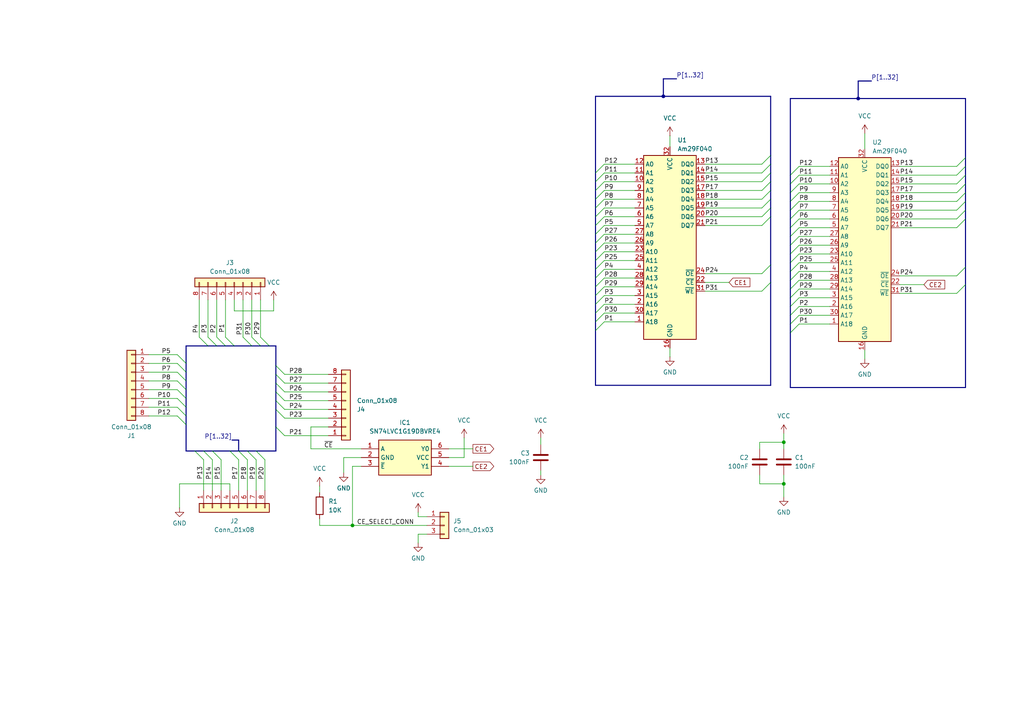
<source format=kicad_sch>
(kicad_sch (version 20231120) (generator "eeschema") (generator_version "8.0")
  (paper "A4")
  (lib_symbols
    (symbol "Connector_Generic:Conn_01x03" (pin_names (offset 1.016) hide)
      (property "Reference" "J" (at 0 5.08 0))
      (property "Value" "Conn_01x03" (at 0 -5.08 0))
      (symbol "Conn_01x03_1_1"
        (rectangle (start -1.27 -2.413) (end 0 -2.667) (stroke (width 0.1524)))
        (rectangle (start -1.27 0.127) (end 0 -0.127) (stroke (width 0.1524)))
        (rectangle (start -1.27 2.667) (end 0 2.413) (stroke (width 0.1524)))
        (rectangle (start -1.27 3.81) (end 1.27 -3.81) (stroke (width 0.254)) (fill (type background)))
        (pin passive line (at -5.08 2.54 0) (length 3.81) (name "Pin_1") (number "1"))
        (pin passive line (at -5.08 0 0) (length 3.81) (name "Pin_2") (number "2"))
        (pin passive line (at -5.08 -2.54 0) (length 3.81) (name "Pin_3") (number "3"))
      )
    )
    (symbol "Connector_Generic:Conn_01x08" (pin_names (offset 1.016) hide)
      (property "Reference" "J" (at 0 10.16 0))
      (property "Value" "Conn_01x08" (at 0 -12.7 0))
      (symbol "Conn_01x08_1_1"
        (rectangle (start -1.27 -10.033) (end 0 -10.287) (stroke (width 0.1524)))
        (rectangle (start -1.27 -7.493) (end 0 -7.747) (stroke (width 0.1524)))
        (rectangle (start -1.27 -4.953) (end 0 -5.207) (stroke (width 0.1524)))
        (rectangle (start -1.27 -2.413) (end 0 -2.667) (stroke (width 0.1524)))
        (rectangle (start -1.27 0.127) (end 0 -0.127) (stroke (width 0.1524)))
        (rectangle (start -1.27 2.667) (end 0 2.413) (stroke (width 0.1524)))
        (rectangle (start -1.27 5.207) (end 0 4.953) (stroke (width 0.1524)))
        (rectangle (start -1.27 7.747) (end 0 7.493) (stroke (width 0.1524)))
        (rectangle (start -1.27 8.89) (end 1.27 -11.43) (stroke (width 0.254)) (fill (type background)))
        (pin passive line (at -5.08 7.62 0) (length 3.81) (name "Pin_1") (number "1"))
        (pin passive line (at -5.08 5.08 0) (length 3.81) (name "Pin_2") (number "2"))
        (pin passive line (at -5.08 2.54 0) (length 3.81) (name "Pin_3") (number "3"))
        (pin passive line (at -5.08 0 0) (length 3.81) (name "Pin_4") (number "4"))
        (pin passive line (at -5.08 -2.54 0) (length 3.81) (name "Pin_5") (number "5"))
        (pin passive line (at -5.08 -5.08 0) (length 3.81) (name "Pin_6") (number "6"))
        (pin passive line (at -5.08 -7.62 0) (length 3.81) (name "Pin_7") (number "7"))
        (pin passive line (at -5.08 -10.16 0) (length 3.81) (name "Pin_8") (number "8"))
      )
    )
    (symbol "Device:C" (pin_numbers hide) (pin_names (offset 0.254))
      (property "Reference" "C" (at 0.635 2.54 0))
      (property "Value" "C" (at 0.635 -2.54 0))
      (symbol "C_0_1"
        (polyline (pts (xy -2.032 -0.762) (xy 2.032 -0.762)) (stroke (width 0.508)))
        (polyline (pts (xy -2.032 0.762) (xy 2.032 0.762)) (stroke (width 0.508)))
      )
      (symbol "C_1_1"
        (pin passive line (at 0 3.81 270) (length 2.794) (name "~") (number "1"))
        (pin passive line (at 0 -3.81 90) (length 2.794) (name "~") (number "2"))
      )
    )
    (symbol "Device:R" (pin_numbers hide) (pin_names (offset 0))
      (property "Reference" "R" (at 2.032 0 90))
      (property "Value" "R" (at 0 0 90))
      (symbol "R_0_1"
        (rectangle (start -1.016 -2.54) (end 1.016 2.54) (stroke (width 0.254)))
      )
      (symbol "R_1_1"
        (pin passive line (at 0 3.81 270) (length 1.27) (name "~") (number "1"))
        (pin passive line (at 0 -3.81 90) (length 1.27) (name "~") (number "2"))
      )
    )
    (symbol "SN74LVC1G19DBVRE4:SN74LVC1G19DBVRE4"
      (property "Reference" "IC" (at 21.59 7.62 0))
      (property "Value" "SN74LVC1G19DBVRE4" (at 21.59 5.08 0))
      (symbol "SN74LVC1G19DBVRE4_1_1"
        (rectangle (start 5.08 2.54) (end 20.32 -7.62) (stroke (width 0.254)) (fill (type background)))
        (pin passive line (at 0 0 0) (length 5.08) (name "A") (number "1"))
        (pin passive line (at 0 -2.54 0) (length 5.08) (name "GND") (number "2"))
        (pin passive line (at 0 -5.08 0) (length 5.08) (name "~{E}") (number "3"))
        (pin passive line (at 25.4 -5.08 180) (length 5.08) (name "Y1") (number "4"))
        (pin passive line (at 25.4 -2.54 180) (length 5.08) (name "VCC") (number "5"))
        (pin passive line (at 25.4 0 180) (length 5.08) (name "Y0") (number "6"))
      )
    )
    (symbol "martonmiklos:Am29F040"
      (property "Reference" "U" (at 0 0 0))
      (property "Value" "Am29F040" (at 0 0 0))
      (symbol "Am29F040_1_1"
        (rectangle (start -7.62 22.86) (end 7.62 -30.48) (stroke (width 0.254)) (fill (type background)))
        (pin input line (at -10.16 -25.4 0) (length 2.54) (name "A18") (number "1"))
        (pin input line (at -10.16 15.24 0) (length 2.54) (name "A2") (number "10"))
        (pin input line (at -10.16 17.78 0) (length 2.54) (name "A1") (number "11"))
        (pin input line (at -10.16 20.32 0) (length 2.54) (name "A0") (number "12"))
        (pin tri_state line (at 10.16 20.32 180) (length 2.54) (name "DQ0") (number "13"))
        (pin tri_state line (at 10.16 17.78 180) (length 2.54) (name "DQ1") (number "14"))
        (pin tri_state line (at 10.16 15.24 180) (length 2.54) (name "DQ2") (number "15"))
        (pin power_in line (at 0 -33.02 90) (length 2.54) (name "GND") (number "16"))
        (pin tri_state line (at 10.16 12.7 180) (length 2.54) (name "DQ3") (number "17"))
        (pin tri_state line (at 10.16 10.16 180) (length 2.54) (name "DQ4") (number "18"))
        (pin tri_state line (at 10.16 7.62 180) (length 2.54) (name "DQ5") (number "19"))
        (pin input line (at -10.16 -20.32 0) (length 2.54) (name "A16") (number "2"))
        (pin tri_state line (at 10.16 5.08 180) (length 2.54) (name "DQ6") (number "20"))
        (pin tri_state line (at 10.16 2.54 180) (length 2.54) (name "DQ7") (number "21"))
        (pin input line (at 10.16 -13.97 180) (length 2.54) (name "~{CE}") (number "22"))
        (pin input line (at -10.16 -5.08 0) (length 2.54) (name "A10") (number "23"))
        (pin input line (at 10.16 -11.43 180) (length 2.54) (name "~{OE}") (number "24"))
        (pin input line (at -10.16 -7.62 0) (length 2.54) (name "A11") (number "25"))
        (pin input line (at -10.16 -2.54 0) (length 2.54) (name "A9") (number "26"))
        (pin input line (at -10.16 0 0) (length 2.54) (name "A8") (number "27"))
        (pin input line (at -10.16 -12.7 0) (length 2.54) (name "A13") (number "28"))
        (pin input line (at -10.16 -15.24 0) (length 2.54) (name "A14") (number "29"))
        (pin input line (at -10.16 -17.78 0) (length 2.54) (name "A15") (number "3"))
        (pin input line (at -10.16 -22.86 0) (length 2.54) (name "A17") (number "30"))
        (pin input line (at 10.16 -16.51 180) (length 2.54) (name "~{WE}") (number "31"))
        (pin power_in line (at 0 25.4 270) (length 2.54) (name "VCC") (number "32"))
        (pin input line (at -10.16 -10.16 0) (length 2.54) (name "A12") (number "4"))
        (pin input line (at -10.16 2.54 0) (length 2.54) (name "A7") (number "5"))
        (pin input line (at -10.16 5.08 0) (length 2.54) (name "A6") (number "6"))
        (pin input line (at -10.16 7.62 0) (length 2.54) (name "A5") (number "7"))
        (pin input line (at -10.16 10.16 0) (length 2.54) (name "A4") (number "8"))
        (pin input line (at -10.16 12.7 0) (length 2.54) (name "A3") (number "9"))
      )
    )
    (symbol "power:GND" (power) (pin_numbers hide) (pin_names (offset 0) hide)
      (property "Value" "GND" (at 0 -3.81 0))
      (symbol "GND_0_1"
        (polyline (pts (xy 0 0) (xy 0 -1.27) (xy 1.27 -1.27) (xy 0 -2.54) (xy -1.27 -1.27) (xy 0 -1.27)))
      )
      (symbol "GND_1_1"
        (pin power_in line (at 0 0 270) (length 0) (name "~") (number "1"))
      )
    )
    (symbol "power:VCC" (power) (pin_numbers hide) (pin_names (offset 0) hide)
      (property "Value" "VCC" (at 0 3.556 0))
      (symbol "VCC_0_1"
        (polyline (pts (xy -0.762 1.27) (xy 0 2.54)))
        (polyline (pts (xy 0 0) (xy 0 2.54)))
        (polyline (pts (xy 0 2.54) (xy 0.762 1.27)))
      )
      (symbol "VCC_1_1"
        (pin power_in line (at 0 0 90) (length 0) (name "~") (number "1"))
      )
    )
  )
  (junction (at 248.92 28.575))
  (junction (at 227.33 140.335))
  (junction (at 192.405 27.94))
  (junction (at 227.33 128.27))
  (junction (at 102.235 152.4))
  (bus_entry (at 65.405 100.33) (size -2.54 -2.54))
  (bus_entry (at 223.52 47.625) (size -2.54 2.54))
  (bus_entry (at 60.325 100.33) (size -2.54 -2.54))
  (bus_entry (at 223.52 57.785) (size -2.54 2.54))
  (bus_entry (at 172.72 55.245) (size 2.54 -2.54))
  (bus_entry (at 80.01 118.745) (size 2.54 2.54))
  (bus_entry (at 280.035 55.88) (size -2.54 2.54))
  (bus_entry (at 53.975 120.65) (size -2.54 -2.54))
  (bus_entry (at 229.235 58.42) (size 2.54 -2.54))
  (bus_entry (at 229.235 81.28) (size 2.54 -2.54))
  (bus_entry (at 223.52 55.245) (size -2.54 2.54))
  (bus_entry (at 229.235 96.52) (size 2.54 -2.54))
  (bus_entry (at 61.595 133.35) (size -2.54 -2.54))
  (bus_entry (at 280.035 45.72) (size -2.54 2.54))
  (bus_entry (at 172.72 70.485) (size 2.54 -2.54))
  (bus_entry (at 80.01 113.665) (size 2.54 2.54))
  (bus_entry (at 223.52 50.165) (size -2.54 2.54))
  (bus_entry (at 172.72 95.885) (size 2.54 -2.54))
  (bus_entry (at 280.035 50.8) (size -2.54 2.54))
  (bus_entry (at 229.235 91.44) (size 2.54 -2.54))
  (bus_entry (at 229.235 83.82) (size 2.54 -2.54))
  (bus_entry (at 280.035 82.55) (size -2.54 2.54))
  (bus_entry (at 223.52 76.835) (size -2.54 2.54))
  (bus_entry (at 223.52 81.915) (size -2.54 2.54))
  (bus_entry (at 53.975 105.41) (size -2.54 -2.54))
  (bus_entry (at 229.235 55.88) (size 2.54 -2.54))
  (bus_entry (at 76.835 133.35) (size -2.54 -2.54))
  (bus_entry (at 172.72 57.785) (size 2.54 -2.54))
  (bus_entry (at 280.035 53.34) (size -2.54 2.54))
  (bus_entry (at 73.025 100.33) (size -2.54 -2.54))
  (bus_entry (at 229.235 93.98) (size 2.54 -2.54))
  (bus_entry (at 229.235 66.04) (size 2.54 -2.54))
  (bus_entry (at 280.035 58.42) (size -2.54 2.54))
  (bus_entry (at 280.035 48.26) (size -2.54 2.54))
  (bus_entry (at 56.515 130.81) (size 2.54 2.54))
  (bus_entry (at 64.135 133.35) (size -2.54 -2.54))
  (bus_entry (at 229.235 68.58) (size 2.54 -2.54))
  (bus_entry (at 229.235 88.9) (size 2.54 -2.54))
  (bus_entry (at 172.72 78.105) (size 2.54 -2.54))
  (bus_entry (at 172.72 85.725) (size 2.54 -2.54))
  (bus_entry (at 69.215 133.35) (size -2.54 -2.54))
  (bus_entry (at 172.72 93.345) (size 2.54 -2.54))
  (bus_entry (at 80.01 116.205) (size 2.54 2.54))
  (bus_entry (at 172.72 88.265) (size 2.54 -2.54))
  (bus_entry (at 229.235 86.36) (size 2.54 -2.54))
  (bus_entry (at 53.975 123.19) (size -2.54 -2.54))
  (bus_entry (at 67.945 100.33) (size -2.54 -2.54))
  (bus_entry (at 53.975 115.57) (size -2.54 -2.54))
  (bus_entry (at 229.235 63.5) (size 2.54 -2.54))
  (bus_entry (at 53.975 107.95) (size -2.54 -2.54))
  (bus_entry (at 80.01 111.125) (size 2.54 2.54))
  (bus_entry (at 172.72 75.565) (size 2.54 -2.54))
  (bus_entry (at 172.72 83.185) (size 2.54 -2.54))
  (bus_entry (at 53.975 113.03) (size -2.54 -2.54))
  (bus_entry (at 223.52 62.865) (size -2.54 2.54))
  (bus_entry (at 74.295 133.35) (size -2.54 -2.54))
  (bus_entry (at 172.72 52.705) (size 2.54 -2.54))
  (bus_entry (at 172.72 60.325) (size 2.54 -2.54))
  (bus_entry (at 229.235 78.74) (size 2.54 -2.54))
  (bus_entry (at 172.72 67.945) (size 2.54 -2.54))
  (bus_entry (at 229.235 60.96) (size 2.54 -2.54))
  (bus_entry (at 172.72 90.805) (size 2.54 -2.54))
  (bus_entry (at 223.52 60.325) (size -2.54 2.54))
  (bus_entry (at 229.235 53.34) (size 2.54 -2.54))
  (bus_entry (at 172.72 80.645) (size 2.54 -2.54))
  (bus_entry (at 53.975 118.11) (size -2.54 -2.54))
  (bus_entry (at 229.235 71.12) (size 2.54 -2.54))
  (bus_entry (at 80.01 106.045) (size 2.54 2.54))
  (bus_entry (at 229.235 50.8) (size 2.54 -2.54))
  (bus_entry (at 71.755 133.35) (size -2.54 -2.54))
  (bus_entry (at 280.035 60.96) (size -2.54 2.54))
  (bus_entry (at 80.01 108.585) (size 2.54 2.54))
  (bus_entry (at 280.035 63.5) (size -2.54 2.54))
  (bus_entry (at 229.235 73.66) (size 2.54 -2.54))
  (bus_entry (at 172.72 50.165) (size 2.54 -2.54))
  (bus_entry (at 223.52 52.705) (size -2.54 2.54))
  (bus_entry (at 223.52 45.085) (size -2.54 2.54))
  (bus_entry (at 80.01 123.825) (size 2.54 2.54))
  (bus_entry (at 62.865 100.33) (size -2.54 -2.54))
  (bus_entry (at 172.72 62.865) (size 2.54 -2.54))
  (bus_entry (at 172.72 65.405) (size 2.54 -2.54))
  (bus_entry (at 75.565 100.33) (size -2.54 -2.54))
  (bus_entry (at 229.235 76.2) (size 2.54 -2.54))
  (bus_entry (at 53.975 110.49) (size -2.54 -2.54))
  (bus_entry (at 172.72 73.025) (size 2.54 -2.54))
  (bus_entry (at 78.105 100.33) (size -2.54 -2.54))
  (bus_entry (at 280.035 77.47) (size -2.54 2.54))
  (wire (pts (xy 231.775 83.82) (xy 240.665 83.82)))
  (bus (pts (xy 223.52 57.785) (xy 223.52 60.325)))
  (bus (pts (xy 229.235 86.36) (xy 229.235 88.9)))
  (bus (pts (xy 80.01 118.745) (xy 80.01 116.205)))
  (wire (pts (xy 71.755 133.35) (xy 71.755 142.24)))
  (bus (pts (xy 80.01 108.585) (xy 80.01 106.045)))
  (wire (pts (xy 231.775 71.12) (xy 240.665 71.12)))
  (bus (pts (xy 172.72 111.76) (xy 223.52 111.76)))
  (wire (pts (xy 76.835 133.35) (xy 76.835 142.24)))
  (bus (pts (xy 280.035 50.8) (xy 280.035 53.34)))
  (bus (pts (xy 229.235 88.9) (xy 229.235 91.44)))
  (wire (pts (xy 260.985 85.09) (xy 277.495 85.09)))
  (wire (pts (xy 82.55 121.285) (xy 95.25 121.285)))
  (bus (pts (xy 229.235 28.575) (xy 229.235 50.8)))
  (bus (pts (xy 280.035 58.42) (xy 280.035 60.96)))
  (wire (pts (xy 204.47 60.325) (xy 220.98 60.325)))
  (wire (pts (xy 231.775 81.28) (xy 240.665 81.28)))
  (bus (pts (xy 172.72 78.105) (xy 172.72 80.645)))
  (bus (pts (xy 280.035 55.88) (xy 280.035 58.42)))
  (wire (pts (xy 60.325 97.79) (xy 60.325 86.995)))
  (bus (pts (xy 280.035 28.575) (xy 280.035 45.72)))
  (bus (pts (xy 229.235 55.88) (xy 229.235 58.42)))
  (bus (pts (xy 192.405 27.94) (xy 223.52 27.94)))
  (wire (pts (xy 92.71 150.495) (xy 92.71 152.4)))
  (wire (pts (xy 175.26 52.705) (xy 184.15 52.705)))
  (bus (pts (xy 280.035 60.96) (xy 280.035 63.5)))
  (wire (pts (xy 220.98 50.165) (xy 204.47 50.165)))
  (bus (pts (xy 172.72 50.165) (xy 172.72 52.705)))
  (bus (pts (xy 280.035 82.55) (xy 280.035 112.395)))
  (bus (pts (xy 248.92 23.495) (xy 248.92 28.575)))
  (bus (pts (xy 280.035 45.72) (xy 280.035 48.26)))
  (wire (pts (xy 52.07 140.335) (xy 52.07 147.32)))
  (wire (pts (xy 123.825 154.94) (xy 121.285 154.94)))
  (wire (pts (xy 130.175 132.715) (xy 134.62 132.715)))
  (wire (pts (xy 90.17 130.175) (xy 104.775 130.175)))
  (bus (pts (xy 280.035 53.34) (xy 280.035 55.88)))
  (wire (pts (xy 231.775 73.66) (xy 240.665 73.66)))
  (wire (pts (xy 220.345 137.795) (xy 220.345 140.335)))
  (wire (pts (xy 277.495 48.26) (xy 260.985 48.26)))
  (wire (pts (xy 82.55 118.745) (xy 95.25 118.745)))
  (bus (pts (xy 223.52 55.245) (xy 223.52 57.785)))
  (bus (pts (xy 69.215 130.81) (xy 66.675 130.81)))
  (wire (pts (xy 175.26 85.725) (xy 184.15 85.725)))
  (bus (pts (xy 172.72 80.645) (xy 172.72 83.185)))
  (wire (pts (xy 220.98 47.625) (xy 204.47 47.625)))
  (bus (pts (xy 67.31 127.635) (xy 69.215 127.635)))
  (wire (pts (xy 82.55 126.365) (xy 95.25 126.365)))
  (bus (pts (xy 53.975 123.19) (xy 53.975 130.81)))
  (bus (pts (xy 229.235 78.74) (xy 229.235 81.28)))
  (wire (pts (xy 102.235 152.4) (xy 123.825 152.4)))
  (wire (pts (xy 69.215 133.35) (xy 69.215 142.24)))
  (wire (pts (xy 74.295 133.35) (xy 74.295 142.24)))
  (bus (pts (xy 172.72 27.94) (xy 192.405 27.94)))
  (wire (pts (xy 231.775 48.26) (xy 240.665 48.26)))
  (bus (pts (xy 53.975 107.95) (xy 53.975 105.41)))
  (wire (pts (xy 51.435 102.87) (xy 43.18 102.87)))
  (bus (pts (xy 172.72 57.785) (xy 172.72 60.325)))
  (bus (pts (xy 53.975 105.41) (xy 53.975 100.33)))
  (bus (pts (xy 229.235 81.28) (xy 229.235 83.82)))
  (wire (pts (xy 51.435 118.11) (xy 43.18 118.11)))
  (bus (pts (xy 280.035 63.5) (xy 280.035 77.47)))
  (wire (pts (xy 227.33 125.73) (xy 227.33 128.27)))
  (wire (pts (xy 231.775 86.36) (xy 240.665 86.36)))
  (bus (pts (xy 172.72 95.885) (xy 172.72 111.76)))
  (bus (pts (xy 280.035 77.47) (xy 280.035 82.55)))
  (wire (pts (xy 227.33 130.175) (xy 227.33 128.27)))
  (wire (pts (xy 51.435 107.95) (xy 43.18 107.95)))
  (wire (pts (xy 267.97 82.55) (xy 260.985 82.55)))
  (wire (pts (xy 57.785 97.79) (xy 57.785 86.995)))
  (bus (pts (xy 172.72 65.405) (xy 172.72 67.945)))
  (bus (pts (xy 223.52 60.325) (xy 223.52 62.865)))
  (bus (pts (xy 229.235 63.5) (xy 229.235 66.04)))
  (bus (pts (xy 53.975 110.49) (xy 53.975 107.95)))
  (bus (pts (xy 172.72 27.94) (xy 172.72 50.165)))
  (bus (pts (xy 69.215 127.635) (xy 69.215 130.81)))
  (bus (pts (xy 80.01 116.205) (xy 80.01 113.665)))
  (wire (pts (xy 175.26 65.405) (xy 184.15 65.405)))
  (wire (pts (xy 51.435 113.03) (xy 43.18 113.03)))
  (wire (pts (xy 61.595 133.35) (xy 61.595 142.24)))
  (wire (pts (xy 51.435 120.65) (xy 43.18 120.65)))
  (bus (pts (xy 80.01 118.745) (xy 80.01 123.825)))
  (wire (pts (xy 51.435 105.41) (xy 43.18 105.41)))
  (wire (pts (xy 79.375 90.17) (xy 79.375 86.995)))
  (bus (pts (xy 172.72 60.325) (xy 172.72 62.865)))
  (wire (pts (xy 277.495 53.34) (xy 260.985 53.34)))
  (wire (pts (xy 231.775 55.88) (xy 240.665 55.88)))
  (wire (pts (xy 82.55 113.665) (xy 95.25 113.665)))
  (bus (pts (xy 172.72 75.565) (xy 172.72 78.105)))
  (wire (pts (xy 175.26 88.265) (xy 184.15 88.265)))
  (wire (pts (xy 67.945 90.17) (xy 79.375 90.17)))
  (bus (pts (xy 67.945 100.33) (xy 73.025 100.33)))
  (wire (pts (xy 231.775 58.42) (xy 240.665 58.42)))
  (wire (pts (xy 227.33 144.145) (xy 227.33 140.335)))
  (wire (pts (xy 175.26 83.185) (xy 184.15 83.185)))
  (wire (pts (xy 175.26 50.165) (xy 184.15 50.165)))
  (wire (pts (xy 175.26 47.625) (xy 184.15 47.625)))
  (wire (pts (xy 260.985 66.04) (xy 277.495 66.04)))
  (wire (pts (xy 250.825 38.735) (xy 250.825 43.18)))
  (bus (pts (xy 53.975 115.57) (xy 53.975 113.03)))
  (wire (pts (xy 277.495 80.01) (xy 260.985 80.01)))
  (bus (pts (xy 223.52 62.865) (xy 223.52 76.835)))
  (wire (pts (xy 231.775 91.44) (xy 240.665 91.44)))
  (bus (pts (xy 61.595 130.81) (xy 59.055 130.81)))
  (wire (pts (xy 175.26 57.785) (xy 184.15 57.785)))
  (wire (pts (xy 134.62 132.715) (xy 134.62 127)))
  (bus (pts (xy 67.945 100.33) (xy 65.405 100.33)))
  (bus (pts (xy 53.975 113.03) (xy 53.975 110.49)))
  (wire (pts (xy 175.26 55.245) (xy 184.15 55.245)))
  (bus (pts (xy 172.72 93.345) (xy 172.72 95.885)))
  (wire (pts (xy 204.47 65.405) (xy 220.98 65.405)))
  (wire (pts (xy 137.16 130.175) (xy 130.175 130.175)))
  (wire (pts (xy 70.485 97.79) (xy 70.485 86.995)))
  (wire (pts (xy 204.47 55.245) (xy 220.98 55.245)))
  (bus (pts (xy 172.72 83.185) (xy 172.72 85.725)))
  (bus (pts (xy 53.975 118.11) (xy 53.975 115.57)))
  (wire (pts (xy 66.675 142.24) (xy 66.675 140.335)))
  (bus (pts (xy 59.055 130.81) (xy 56.515 130.81)))
  (bus (pts (xy 172.72 90.805) (xy 172.72 93.345)))
  (wire (pts (xy 92.71 152.4) (xy 102.235 152.4)))
  (bus (pts (xy 223.52 81.915) (xy 223.52 111.76)))
  (bus (pts (xy 229.235 76.2) (xy 229.235 78.74)))
  (bus (pts (xy 80.01 100.33) (xy 78.105 100.33)))
  (bus (pts (xy 172.72 73.025) (xy 172.72 75.565)))
  (wire (pts (xy 82.55 116.205) (xy 95.25 116.205)))
  (wire (pts (xy 231.775 88.9) (xy 240.665 88.9)))
  (wire (pts (xy 102.235 152.4) (xy 102.235 135.255)))
  (wire (pts (xy 220.345 128.27) (xy 227.33 128.27)))
  (wire (pts (xy 137.16 135.255) (xy 130.175 135.255)))
  (wire (pts (xy 121.285 149.86) (xy 121.285 148.59)))
  (wire (pts (xy 194.31 39.37) (xy 194.31 42.545)))
  (wire (pts (xy 220.345 140.335) (xy 227.33 140.335)))
  (wire (pts (xy 194.31 103.505) (xy 194.31 100.965)))
  (wire (pts (xy 67.945 86.995) (xy 67.945 90.17)))
  (bus (pts (xy 229.235 71.12) (xy 229.235 73.66)))
  (bus (pts (xy 80.01 111.125) (xy 80.01 108.585)))
  (wire (pts (xy 231.775 93.98) (xy 240.665 93.98)))
  (wire (pts (xy 123.825 149.86) (xy 121.285 149.86)))
  (wire (pts (xy 65.405 97.79) (xy 65.405 86.995)))
  (wire (pts (xy 260.985 60.96) (xy 277.495 60.96)))
  (bus (pts (xy 229.235 91.44) (xy 229.235 93.98)))
  (wire (pts (xy 260.985 55.88) (xy 277.495 55.88)))
  (wire (pts (xy 99.695 132.715) (xy 99.695 137.16)))
  (wire (pts (xy 175.26 60.325) (xy 184.15 60.325)))
  (wire (pts (xy 231.775 60.96) (xy 240.665 60.96)))
  (bus (pts (xy 229.235 58.42) (xy 229.235 60.96)))
  (bus (pts (xy 229.235 83.82) (xy 229.235 86.36)))
  (bus (pts (xy 229.235 68.58) (xy 229.235 71.12)))
  (wire (pts (xy 95.25 123.825) (xy 90.17 123.825)))
  (wire (pts (xy 175.26 78.105) (xy 184.15 78.105)))
  (bus (pts (xy 172.72 67.945) (xy 172.72 70.485)))
  (wire (pts (xy 104.775 132.715) (xy 99.695 132.715)))
  (bus (pts (xy 229.235 73.66) (xy 229.235 76.2)))
  (wire (pts (xy 73.025 97.79) (xy 73.025 86.995)))
  (bus (pts (xy 71.755 130.81) (xy 69.215 130.81)))
  (wire (pts (xy 175.26 75.565) (xy 184.15 75.565)))
  (wire (pts (xy 175.26 73.025) (xy 184.15 73.025)))
  (wire (pts (xy 51.435 110.49) (xy 43.18 110.49)))
  (wire (pts (xy 204.47 84.455) (xy 220.98 84.455)))
  (bus (pts (xy 80.01 130.81) (xy 80.01 123.825)))
  (wire (pts (xy 175.26 90.805) (xy 184.15 90.805)))
  (wire (pts (xy 231.775 66.04) (xy 240.665 66.04)))
  (bus (pts (xy 223.52 45.085) (xy 223.52 47.625)))
  (bus (pts (xy 229.235 112.395) (xy 280.035 112.395)))
  (wire (pts (xy 121.285 154.94) (xy 121.285 157.48)))
  (bus (pts (xy 196.215 22.86) (xy 192.405 22.86)))
  (wire (pts (xy 220.98 79.375) (xy 204.47 79.375)))
  (bus (pts (xy 223.52 76.835) (xy 223.52 81.915)))
  (wire (pts (xy 82.55 111.125) (xy 95.25 111.125)))
  (wire (pts (xy 82.55 108.585) (xy 95.25 108.585)))
  (wire (pts (xy 175.26 70.485) (xy 184.15 70.485)))
  (bus (pts (xy 53.975 120.65) (xy 53.975 118.11)))
  (wire (pts (xy 175.26 80.645) (xy 184.15 80.645)))
  (bus (pts (xy 223.52 27.94) (xy 223.52 45.085)))
  (wire (pts (xy 92.71 140.97) (xy 92.71 142.875)))
  (bus (pts (xy 252.73 23.495) (xy 248.92 23.495)))
  (wire (pts (xy 175.26 62.865) (xy 184.15 62.865)))
  (wire (pts (xy 62.865 97.79) (xy 62.865 86.995)))
  (wire (pts (xy 260.985 58.42) (xy 277.495 58.42)))
  (wire (pts (xy 64.135 133.35) (xy 64.135 142.24)))
  (bus (pts (xy 172.72 62.865) (xy 172.72 65.405)))
  (wire (pts (xy 220.345 130.175) (xy 220.345 128.27)))
  (wire (pts (xy 51.435 115.57) (xy 43.18 115.57)))
  (bus (pts (xy 229.235 93.98) (xy 229.235 96.52)))
  (bus (pts (xy 172.72 70.485) (xy 172.72 73.025)))
  (bus (pts (xy 78.105 100.33) (xy 75.565 100.33)))
  (bus (pts (xy 80.01 113.665) (xy 80.01 111.125)))
  (bus (pts (xy 229.235 53.34) (xy 229.235 55.88)))
  (wire (pts (xy 156.845 137.795) (xy 156.845 136.525)))
  (wire (pts (xy 204.47 57.785) (xy 220.98 57.785)))
  (wire (pts (xy 231.775 68.58) (xy 240.665 68.58)))
  (wire (pts (xy 231.775 78.74) (xy 240.665 78.74)))
  (wire (pts (xy 175.26 93.345) (xy 184.15 93.345)))
  (wire (pts (xy 102.235 135.255) (xy 104.775 135.255)))
  (wire (pts (xy 260.985 63.5) (xy 277.495 63.5)))
  (bus (pts (xy 223.52 50.165) (xy 223.52 52.705)))
  (bus (pts (xy 65.405 100.33) (xy 62.865 100.33)))
  (bus (pts (xy 248.92 28.575) (xy 280.035 28.575)))
  (bus (pts (xy 223.52 47.625) (xy 223.52 50.165)))
  (bus (pts (xy 172.72 88.265) (xy 172.72 90.805)))
  (bus (pts (xy 62.865 100.33) (xy 60.325 100.33)))
  (wire (pts (xy 220.98 52.705) (xy 204.47 52.705)))
  (bus (pts (xy 172.72 55.245) (xy 172.72 57.785)))
  (bus (pts (xy 229.235 28.575) (xy 248.92 28.575)))
  (wire (pts (xy 231.775 53.34) (xy 240.665 53.34)))
  (wire (pts (xy 250.825 104.14) (xy 250.825 101.6)))
  (bus (pts (xy 172.72 85.725) (xy 172.72 88.265)))
  (bus (pts (xy 229.235 50.8) (xy 229.235 53.34)))
  (bus (pts (xy 75.565 100.33) (xy 73.025 100.33)))
  (bus (pts (xy 172.72 52.705) (xy 172.72 55.245)))
  (bus (pts (xy 61.595 130.81) (xy 66.675 130.81)))
  (wire (pts (xy 231.775 76.2) (xy 240.665 76.2)))
  (bus (pts (xy 229.235 66.04) (xy 229.235 68.58)))
  (wire (pts (xy 156.845 127) (xy 156.845 128.905)))
  (bus (pts (xy 74.295 130.81) (xy 71.755 130.81)))
  (wire (pts (xy 75.565 86.995) (xy 75.565 97.79)))
  (bus (pts (xy 53.975 123.19) (xy 53.975 120.65)))
  (wire (pts (xy 227.33 137.795) (xy 227.33 140.335)))
  (bus (pts (xy 280.035 48.26) (xy 280.035 50.8)))
  (bus (pts (xy 56.515 130.81) (xy 53.975 130.81)))
  (bus (pts (xy 229.235 96.52) (xy 229.235 112.395)))
  (bus (pts (xy 80.01 130.81) (xy 74.295 130.81)))
  (bus (pts (xy 192.405 22.86) (xy 192.405 27.94)))
  (wire (pts (xy 90.17 123.825) (xy 90.17 130.175)))
  (wire (pts (xy 59.055 133.35) (xy 59.055 142.24)))
  (wire (pts (xy 175.26 67.945) (xy 184.15 67.945)))
  (wire (pts (xy 211.455 81.915) (xy 204.47 81.915)))
  (wire (pts (xy 66.675 140.335) (xy 52.07 140.335)))
  (wire (pts (xy 231.775 50.8) (xy 240.665 50.8)))
  (wire (pts (xy 231.775 63.5) (xy 240.665 63.5)))
  (bus (pts (xy 229.235 60.96) (xy 229.235 63.5)))
  (bus (pts (xy 80.01 100.33) (xy 80.01 106.045)))
  (wire (pts (xy 277.495 50.8) (xy 260.985 50.8)))
  (wire (pts (xy 204.47 62.865) (xy 220.98 62.865)))
  (bus (pts (xy 223.52 52.705) (xy 223.52 55.245)))
  (bus (pts (xy 60.325 100.33) (xy 53.975 100.33)))
  (label "P27" (at 231.775 68.58 0))
  (label "P1" (at 65.405 96.52 90))
  (label "P14" (at 260.985 50.8 0))
  (label "P21" (at 83.82 126.365 0))
  (label "P[1..32]" (at 252.73 23.495 0))
  (label "P24" (at 204.47 79.375 0))
  (label "P7" (at 49.53 107.95 180))
  (label "P31" (at 260.985 85.09 0))
  (label "P23" (at 83.82 121.285 0))
  (label "P28" (at 83.82 108.585 0))
  (label "P3" (at 175.26 85.725 0))
  (label "P11" (at 49.53 118.11 180))
  (label "P25" (at 175.26 75.565 0))
  (label "P23" (at 231.775 73.66 0))
  (label "P26" (at 231.775 71.12 0))
  (label "P20" (at 204.47 62.865 0))
  (label "P19" (at 74.295 135.255 270))
  (label "P20" (at 76.835 135.255 270))
  (label "P4" (at 175.26 78.105 0))
  (label "P5" (at 175.26 65.405 0))
  (label "P10" (at 175.26 52.705 0))
  (label "P[1..32]" (at 67.31 127.635 180))
  (label "CE_SELECT_CONN" (at 103.505 152.4 0))
  (label "~{CE}" (at 93.98 130.175 0))
  (label "P7" (at 175.26 60.325 0))
  (label "P30" (at 73.025 93.345 270))
  (label "P21" (at 204.47 65.405 0))
  (label "P3" (at 231.775 86.36 0))
  (label "P8" (at 231.775 58.42 0))
  (label "P9" (at 175.26 55.245 0))
  (label "P24" (at 83.82 118.745 0))
  (label "P[1..32]" (at 196.215 22.86 0))
  (label "P28" (at 175.26 80.645 0))
  (label "P17" (at 69.215 135.255 270))
  (label "P26" (at 175.26 70.485 0))
  (label "P2" (at 231.775 88.9 0))
  (label "P1" (at 231.775 93.98 0))
  (label "P2" (at 175.26 88.265 0))
  (label "P9" (at 49.53 113.03 180))
  (label "P11" (at 231.775 50.8 0))
  (label "P15" (at 64.135 135.255 270))
  (label "P10" (at 231.775 53.34 0))
  (label "P14" (at 61.595 135.255 270))
  (label "P11" (at 175.26 50.165 0))
  (label "P19" (at 204.47 60.325 0))
  (label "P13" (at 204.47 47.625 0))
  (label "P8" (at 49.53 110.49 180))
  (label "P13" (at 260.985 48.26 0))
  (label "P2" (at 62.865 93.98 270))
  (label "P10" (at 49.53 115.57 180))
  (label "P31" (at 204.47 84.455 0))
  (label "P8" (at 175.26 57.785 0))
  (label "P23" (at 175.26 73.025 0))
  (label "P14" (at 204.47 50.165 0))
  (label "P12" (at 231.775 48.26 0))
  (label "P5" (at 49.53 102.87 180))
  (label "P26" (at 83.82 113.665 0))
  (label "P4" (at 231.775 78.74 0))
  (label "P17" (at 204.47 55.245 0))
  (label "P4" (at 57.785 93.98 270))
  (label "P12" (at 175.26 47.625 0))
  (label "P15" (at 204.47 52.705 0))
  (label "P18" (at 260.985 58.42 0))
  (label "P31" (at 70.485 93.345 270))
  (label "P13" (at 59.055 139.065 90))
  (label "P7" (at 231.775 60.96 0))
  (label "P17" (at 260.985 55.88 0))
  (label "P12" (at 49.53 120.65 180))
  (label "P6" (at 49.53 105.41 180))
  (label "P1" (at 175.26 93.345 0))
  (label "P3" (at 60.325 93.98 270))
  (label "P5" (at 231.775 66.04 0))
  (label "P29" (at 175.26 83.185 0))
  (label "P24" (at 260.985 80.01 0))
  (label "P6" (at 175.26 62.865 0))
  (label "P18" (at 204.47 57.785 0))
  (label "P15" (at 260.985 53.34 0))
  (label "P30" (at 175.26 90.805 0))
  (label "P18" (at 71.755 135.255 270))
  (label "P20" (at 260.985 63.5 0))
  (label "P27" (at 175.26 67.945 0))
  (label "P25" (at 83.82 116.205 0))
  (label "P19" (at 260.985 60.96 0))
  (label "P29" (at 75.565 97.155 90))
  (label "P29" (at 231.775 83.82 0))
  (label "P9" (at 231.775 55.88 0))
  (label "P28" (at 231.775 81.28 0))
  (label "P30" (at 231.775 91.44 0))
  (label "P6" (at 231.775 63.5 0))
  (label "P25" (at 231.775 76.2 0))
  (label "P27" (at 83.82 111.125 0))
  (label "P21" (at 260.985 66.04 0))
  (global_label "CE2" (shape output) (at 137.16 135.255 0) (property "Intersheetrefs" "${INTERSHEET_REFS}" (effects (hide yes))))
  (global_label "CE2" (shape input) (at 267.97 82.55 0) (property "Intersheetrefs" "${INTERSHEET_REFS}" (effects (hide yes))))
  (global_label "CE1" (shape input) (at 211.455 81.915 0) (property "Intersheetrefs" "${INTERSHEET_REFS}" (effects (hide yes))))
  (global_label "CE1" (shape output) (at 137.16 130.175 0) (property "Intersheetrefs" "${INTERSHEET_REFS}" (effects (hide yes))))
  (symbol (lib_id "Connector_Generic:Conn_01x08") (at 100.33 118.745 0) (mirror x) (unit 1)
    (property "Reference" "J4" (at 103.505 118.7451 0) (effects (justify left)))
    (property "Value" "Conn_01x08" (at 103.505 116.2051 0) (effects (justify left)))
    (property "Footprint" "Connector_PinHeader_1.27mm:PinHeader_1x08_P1.27mm_Vertical" (effects (hide yes)))
    (property "Description" "Generic connector, single row, 01x08, script generated (kicad-library-utils/schlib/autogen/connector/)" (effects (hide yes)))
  )
  (symbol (lib_id "power:GND") (at 99.695 137.16 0) (unit 1)
    (property "Reference" "#PWR10" (effects (hide yes)))
    (property "Value" "GND" (at 99.695 141.605 0))
    (property "Description" "Power symbol creates a global label with name \"GND\" , ground" (effects (hide yes)))
  )
  (symbol (lib_id "Connector_Generic:Conn_01x08") (at 66.675 147.32 90) (mirror x) (unit 1)
    (property "Reference" "J2" (at 67.945 151.13 90))
    (property "Value" "Conn_01x08" (at 67.945 153.67 90))
    (property "Footprint" "Connector_PinHeader_1.27mm:PinHeader_1x08_P1.27mm_Vertical" (effects (hide yes)))
    (property "Description" "Generic connector, single row, 01x08, script generated (kicad-library-utils/schlib/autogen/connector/)" (effects (hide yes)))
  )
  (symbol (lib_id "Device:C") (at 220.345 133.985 0) (mirror y) (unit 1)
    (property "Reference" "C2" (at 217.17 132.7149 0) (effects (justify left)))
    (property "Value" "100nF" (at 217.17 135.2549 0) (effects (justify left)))
    (property "Footprint" "Capacitor_SMD:C_0603_1608Metric" (effects (hide yes)))
    (property "Description" "Unpolarized capacitor" (effects (hide yes)))
  )
  (symbol (lib_id "SN74LVC1G19DBVRE4:SN74LVC1G19DBVRE4") (at 104.775 130.175 0) (unit 1)
    (property "Reference" "IC1" (at 117.475 122.555 0))
    (property "Value" "SN74LVC1G19DBVRE4" (at 117.475 125.095 0))
    (property "Footprint" "footprints:SOT95P280X145-6N" (effects (hide yes)))
    (property "Datasheet" "https://www.ti.com/lit/gpn/SN74LVC1G19" (effects (hide yes)))
    (property "Description" "Encoders, Decoders, Multiplexers & Demultiplexers 1 of 2 Decoder Demultiplexer" (effects (hide yes)))
    (property "Height" "1.45" (effects (hide yes)))
    (property "Mouser Part Number" "595-74LVC1G19DBVRE4" (effects (hide yes)))
    (property "Mouser Price/Stock" "https://www.mouser.co.uk/ProductDetail/Texas-Instruments/SN74LVC1G19DBVRE4?qs=pajgIaoyDUhZzpoVmzDWwA%3D%3D" (effects (hide yes)))
    (property "Manufacturer_Name" "Texas Instruments" (effects (hide yes)))
    (property "Manufacturer_Part_Number" "SN74LVC1G19DBVRE4" (effects (hide yes)))
  )
  (symbol (lib_id "power:GND") (at 250.825 104.14 0) (unit 1)
    (property "Reference" "#PWR6" (effects (hide yes)))
    (property "Value" "GND" (at 250.825 108.585 0))
    (property "Description" "Power symbol creates a global label with name \"GND\" , ground" (effects (hide yes)))
  )
  (symbol (lib_id "martonmiklos:Am29F040") (at 250.825 68.58 0) (unit 1)
    (property "Reference" "U2" (at 253.0191 41.275 0) (effects (justify left)))
    (property "Value" "Am29F040" (at 253.0191 43.815 0) (effects (justify left)))
    (property "Footprint" "footprints:PLCC-32_SMD-Socket" (effects (hide yes)))
    (property "Description" "4 Megabit CMOS 5.0 Volt-only, Sector Erase Flash Memory" (effects (hide yes)))
  )
  (symbol (lib_id "power:VCC") (at 227.33 125.73 0) (unit 1)
    (property "Reference" "#PWR4" (effects (hide yes)))
    (property "Value" "VCC" (at 227.33 120.65 0))
    (property "Description" "Power symbol creates a global label with name \"VCC\"" (effects (hide yes)))
  )
  (symbol (lib_id "power:VCC") (at 79.375 86.995 0) (unit 1)
    (property "Reference" "#PWR1" (effects (hide yes)))
    (property "Value" "VCC" (at 79.375 81.915 0))
    (property "Description" "Power symbol creates a global label with name \"VCC\"" (effects (hide yes)))
  )
  (symbol (lib_id "power:VCC") (at 92.71 140.97 0) (unit 1)
    (property "Reference" "#PWR13" (effects (hide yes)))
    (property "Value" "VCC" (at 92.71 135.89 0))
    (property "Description" "Power symbol creates a global label with name \"VCC\"" (effects (hide yes)))
  )
  (symbol (lib_id "Connector_Generic:Conn_01x08") (at 38.1 110.49 0) (mirror y) (unit 1)
    (property "Reference" "J1" (at 38.1 126.365 0))
    (property "Value" "Conn_01x08" (at 38.1 123.825 0))
    (property "Footprint" "Connector_PinHeader_1.27mm:PinHeader_1x08_P1.27mm_Vertical" (effects (hide yes)))
    (property "Description" "Generic connector, single row, 01x08, script generated (kicad-library-utils/schlib/autogen/connector/)" (effects (hide yes)))
  )
  (symbol (lib_id "martonmiklos:Am29F040") (at 194.31 67.945 0) (unit 1)
    (property "Reference" "U1" (at 196.5041 40.64 0) (effects (justify left)))
    (property "Value" "Am29F040" (at 196.5041 43.18 0) (effects (justify left)))
    (property "Footprint" "footprints:PLCC-32_SMD-Socket" (effects (hide yes)))
    (property "Description" "4 Megabit CMOS 5.0 Volt-only, Sector Erase Flash Memory" (effects (hide yes)))
  )
  (symbol (lib_id "Connector_Generic:Conn_01x08") (at 67.945 81.915 270) (mirror x) (unit 1)
    (property "Reference" "J3" (at 66.675 76.2 90))
    (property "Value" "Conn_01x08" (at 66.675 78.74 90))
    (property "Footprint" "Connector_PinHeader_1.27mm:PinHeader_1x08_P1.27mm_Vertical" (effects (hide yes)))
    (property "Description" "Generic connector, single row, 01x08, script generated (kicad-library-utils/schlib/autogen/connector/)" (effects (hide yes)))
  )
  (symbol (lib_id "Device:C") (at 156.845 132.715 0) (mirror y) (unit 1)
    (property "Reference" "C3" (at 153.67 131.4449 0) (effects (justify left)))
    (property "Value" "100nF" (at 153.67 133.9849 0) (effects (justify left)))
    (property "Footprint" "Capacitor_SMD:C_0603_1608Metric" (effects (hide yes)))
    (property "Description" "Unpolarized capacitor" (effects (hide yes)))
  )
  (symbol (lib_id "Connector_Generic:Conn_01x03") (at 128.905 152.4 0) (unit 1)
    (property "Reference" "J5" (at 131.445 151.1299 0) (effects (justify left)))
    (property "Value" "Conn_01x03" (at 131.445 153.6699 0) (effects (justify left)))
    (property "Footprint" "Connector_PinHeader_2.54mm:PinHeader_1x03_P2.54mm_Vertical" (effects (hide yes)))
    (property "Description" "Generic connector, single row, 01x03, script generated (kicad-library-utils/schlib/autogen/connector/)" (effects (hide yes)))
  )
  (symbol (lib_id "power:VCC") (at 156.845 127 0) (unit 1)
    (property "Reference" "#PWR14" (effects (hide yes)))
    (property "Value" "VCC" (at 156.845 121.92 0))
    (property "Description" "Power symbol creates a global label with name \"VCC\"" (effects (hide yes)))
  )
  (symbol (lib_id "power:GND") (at 194.31 103.505 0) (unit 1)
    (property "Reference" "#PWR5" (effects (hide yes)))
    (property "Value" "GND" (at 194.31 107.95 0))
    (property "Description" "Power symbol creates a global label with name \"GND\" , ground" (effects (hide yes)))
  )
  (symbol (lib_id "power:GND") (at 52.07 147.32 0) (unit 1)
    (property "Reference" "#PWR9" (effects (hide yes)))
    (property "Value" "GND" (at 52.07 151.765 0))
    (property "Description" "Power symbol creates a global label with name \"GND\" , ground" (effects (hide yes)))
  )
  (symbol (lib_id "Device:C") (at 227.33 133.985 0) (unit 1)
    (property "Reference" "C1" (at 230.505 132.7149 0) (effects (justify left)))
    (property "Value" "100nF" (at 230.505 135.2549 0) (effects (justify left)))
    (property "Footprint" "Capacitor_SMD:C_0603_1608Metric" (effects (hide yes)))
    (property "Description" "Unpolarized capacitor" (effects (hide yes)))
  )
  (symbol (lib_id "power:GND") (at 121.285 157.48 0) (unit 1)
    (property "Reference" "#PWR11" (effects (hide yes)))
    (property "Value" "GND" (at 121.285 161.925 0))
    (property "Description" "Power symbol creates a global label with name \"GND\" , ground" (effects (hide yes)))
  )
  (symbol (lib_id "power:VCC") (at 134.62 127 0) (unit 1)
    (property "Reference" "#PWR3" (effects (hide yes)))
    (property "Value" "VCC" (at 134.62 121.92 0))
    (property "Description" "Power symbol creates a global label with name \"VCC\"" (effects (hide yes)))
  )
  (symbol (lib_id "power:VCC") (at 121.285 148.59 0) (unit 1)
    (property "Reference" "#PWR12" (effects (hide yes)))
    (property "Value" "VCC" (at 121.285 143.51 0))
    (property "Description" "Power symbol creates a global label with name \"VCC\"" (effects (hide yes)))
  )
  (symbol (lib_id "Device:R") (at 92.71 146.685 0) (unit 1)
    (property "Reference" "R1" (at 95.25 145.4149 0) (effects (justify left)))
    (property "Value" "10K" (at 95.25 147.9549 0) (effects (justify left)))
    (property "Footprint" "Resistor_SMD:R_0603_1608Metric" (effects (hide yes)))
    (property "Description" "Resistor" (effects (hide yes)))
  )
  (symbol (lib_id "power:VCC") (at 194.31 39.37 0) (unit 1)
    (property "Reference" "#PWR7" (effects (hide yes)))
    (property "Value" "VCC" (at 194.31 34.29 0))
    (property "Description" "Power symbol creates a global label with name \"VCC\"" (effects (hide yes)))
  )
  (symbol (lib_id "power:GND") (at 156.845 137.795 0) (unit 1)
    (property "Reference" "#PWR15" (effects (hide yes)))
    (property "Value" "GND" (at 156.845 142.24 0))
    (property "Description" "Power symbol creates a global label with name \"GND\" , ground" (effects (hide yes)))
  )
  (symbol (lib_id "power:VCC") (at 250.825 38.735 0) (unit 1)
    (property "Reference" "#PWR8" (effects (hide yes)))
    (property "Value" "VCC" (at 250.825 33.655 0))
    (property "Description" "Power symbol creates a global label with name \"VCC\"" (effects (hide yes)))
  )
  (symbol (lib_id "power:GND") (at 227.33 144.145 0) (unit 1)
    (property "Reference" "#PWR2" (effects (hide yes)))
    (property "Value" "GND" (at 227.33 148.59 0))
    (property "Description" "Power symbol creates a global label with name \"GND\" , ground" (effects (hide yes)))
  )
)
</source>
